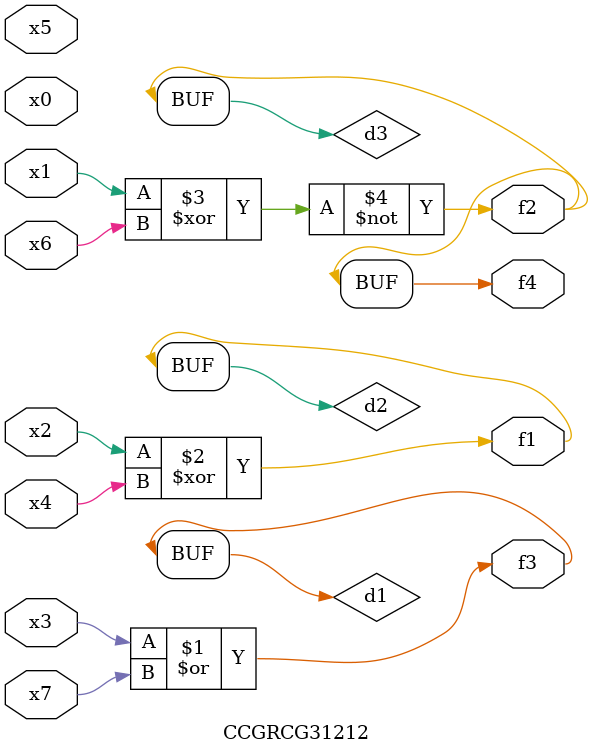
<source format=v>
module CCGRCG31212(
	input x0, x1, x2, x3, x4, x5, x6, x7,
	output f1, f2, f3, f4
);

	wire d1, d2, d3;

	or (d1, x3, x7);
	xor (d2, x2, x4);
	xnor (d3, x1, x6);
	assign f1 = d2;
	assign f2 = d3;
	assign f3 = d1;
	assign f4 = d3;
endmodule

</source>
